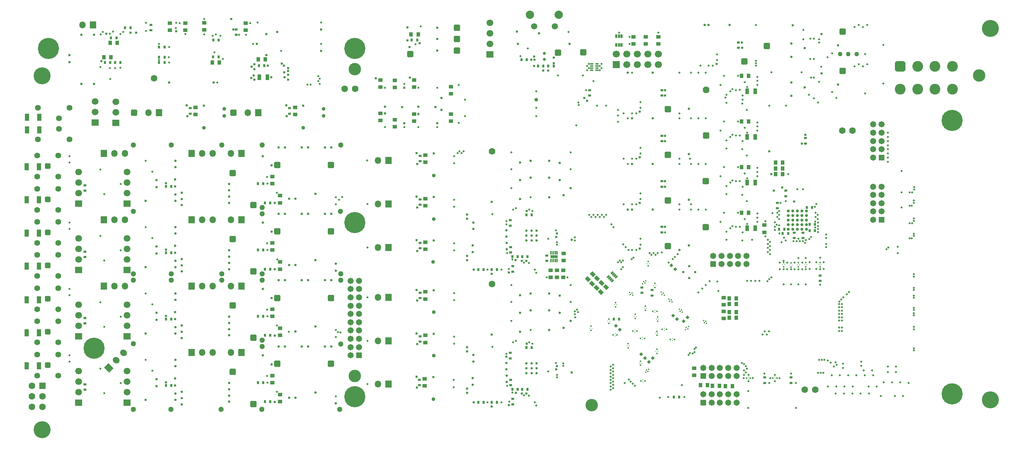
<source format=gbs>
G04*
G04 #@! TF.GenerationSoftware,Altium Limited,Altium Designer,21.8.1 (53)*
G04*
G04 Layer_Color=16711935*
%FSAX43Y43*%
%MOMM*%
G71*
G04*
G04 #@! TF.SameCoordinates,84DC94BE-3BC4-41EC-B0AB-4FBC39C73DE4*
G04*
G04*
G04 #@! TF.FilePolarity,Negative*
G04*
G01*
G75*
%ADD23R,0.700X0.600*%
G04:AMPARAMS|DCode=24|XSize=0.9mm|YSize=1.1mm|CornerRadius=0mm|HoleSize=0mm|Usage=FLASHONLY|Rotation=45.000|XOffset=0mm|YOffset=0mm|HoleType=Round|Shape=Rectangle|*
%AMROTATEDRECTD24*
4,1,4,0.071,-0.707,-0.707,0.071,-0.071,0.707,0.707,-0.071,0.071,-0.707,0.0*
%
%ADD24ROTATEDRECTD24*%

%ADD27O,0.800X0.400*%
%ADD35R,0.900X1.100*%
%ADD36R,1.100X0.900*%
%ADD37C,3.000*%
%ADD44R,0.600X0.700*%
%ADD45R,0.900X1.400*%
%ADD61R,1.100X1.800*%
%ADD97R,1.500X1.700*%
%ADD98O,1.500X1.700*%
%ADD99C,0.600*%
G04:AMPARAMS|DCode=100|XSize=1.6mm|YSize=1.6mm|CornerRadius=0.425mm|HoleSize=0mm|Usage=FLASHONLY|Rotation=90.000|XOffset=0mm|YOffset=0mm|HoleType=Round|Shape=RoundedRectangle|*
%AMROUNDEDRECTD100*
21,1,1.600,0.750,0,0,90.0*
21,1,0.750,1.600,0,0,90.0*
1,1,0.850,0.375,0.375*
1,1,0.850,0.375,-0.375*
1,1,0.850,-0.375,-0.375*
1,1,0.850,-0.375,0.375*
%
%ADD100ROUNDEDRECTD100*%
%ADD101C,1.472*%
%ADD102R,1.472X1.472*%
G04:AMPARAMS|DCode=103|XSize=1.6mm|YSize=1.6mm|CornerRadius=0.425mm|HoleSize=0mm|Usage=FLASHONLY|Rotation=180.000|XOffset=0mm|YOffset=0mm|HoleType=Round|Shape=RoundedRectangle|*
%AMROUNDEDRECTD103*
21,1,1.600,0.750,0,0,180.0*
21,1,0.750,1.600,0,0,180.0*
1,1,0.850,-0.375,0.375*
1,1,0.850,0.375,0.375*
1,1,0.850,0.375,-0.375*
1,1,0.850,-0.375,-0.375*
%
%ADD103ROUNDEDRECTD103*%
%ADD104O,1.700X1.500*%
%ADD105R,1.700X1.500*%
%ADD106C,1.500*%
%ADD107C,2.000*%
%ADD108C,1.600*%
%ADD109R,1.600X1.600*%
%ADD110C,4.100*%
%ADD111C,0.100*%
%ADD112R,1.472X1.472*%
G04:AMPARAMS|DCode=113|XSize=1.4mm|YSize=1.4mm|CornerRadius=0.375mm|HoleSize=0mm|Usage=FLASHONLY|Rotation=180.000|XOffset=0mm|YOffset=0mm|HoleType=Round|Shape=RoundedRectangle|*
%AMROUNDEDRECTD113*
21,1,1.400,0.650,0,0,180.0*
21,1,0.650,1.400,0,0,180.0*
1,1,0.750,-0.325,0.325*
1,1,0.750,0.325,0.325*
1,1,0.750,0.325,-0.325*
1,1,0.750,-0.325,-0.325*
%
%ADD113ROUNDEDRECTD113*%
%ADD114C,1.400*%
%ADD115C,0.700*%
G04:AMPARAMS|DCode=116|XSize=1.5mm|YSize=1.7mm|CornerRadius=0mm|HoleSize=0mm|Usage=FLASHONLY|Rotation=45.000|XOffset=0mm|YOffset=0mm|HoleType=Round|Shape=Rectangle|*
%AMROTATEDRECTD116*
4,1,4,0.071,-1.131,-1.131,0.071,-0.071,1.131,1.131,-0.071,0.071,-1.131,0.0*
%
%ADD116ROTATEDRECTD116*%

G04:AMPARAMS|DCode=117|XSize=1.5mm|YSize=1.7mm|CornerRadius=0mm|HoleSize=0mm|Usage=FLASHONLY|Rotation=45.000|XOffset=0mm|YOffset=0mm|HoleType=Round|Shape=Round|*
%AMOVALD117*
21,1,0.200,1.500,0.000,0.000,135.0*
1,1,1.500,0.071,-0.071*
1,1,1.500,-0.071,0.071*
%
%ADD117OVALD117*%

%ADD118C,1.700*%
%ADD119R,1.700X1.700*%
%ADD120C,2.600*%
G04:AMPARAMS|DCode=121|XSize=2.6mm|YSize=2.6mm|CornerRadius=0.675mm|HoleSize=0mm|Usage=FLASHONLY|Rotation=270.000|XOffset=0mm|YOffset=0mm|HoleType=Round|Shape=RoundedRectangle|*
%AMROUNDEDRECTD121*
21,1,2.600,1.250,0,0,270.0*
21,1,1.250,2.600,0,0,270.0*
1,1,1.350,-0.625,-0.625*
1,1,1.350,-0.625,0.625*
1,1,1.350,0.625,0.625*
1,1,1.350,0.625,-0.625*
%
%ADD121ROUNDEDRECTD121*%
%ADD122P,1.732X8X202.5*%
%ADD123C,1.300*%
%ADD124C,0.500*%
%ADD125C,1.100*%
%ADD126C,0.900*%
%ADD127C,5.100*%
%ADD263R,0.300X0.300*%
%ADD264R,0.250X0.250*%
%ADD265R,0.250X0.250*%
%ADD266R,0.300X0.300*%
%ADD269P,0.354X4X180.0*%
%ADD270P,0.424X4X180.0*%
%ADD271P,0.354X4X90.0*%
%ADD272P,0.424X4X90.0*%
G04:AMPARAMS|DCode=275|XSize=0.4mm|YSize=0.8mm|CornerRadius=0mm|HoleSize=0mm|Usage=FLASHONLY|Rotation=315.000|XOffset=0mm|YOffset=0mm|HoleType=Round|Shape=Round|*
%AMOVALD275*
21,1,0.400,0.400,0.000,0.000,45.0*
1,1,0.400,-0.141,-0.141*
1,1,0.400,0.141,0.141*
%
%ADD275OVALD275*%

G04:AMPARAMS|DCode=276|XSize=0.6mm|YSize=0.7mm|CornerRadius=0mm|HoleSize=0mm|Usage=FLASHONLY|Rotation=225.000|XOffset=0mm|YOffset=0mm|HoleType=Round|Shape=Rectangle|*
%AMROTATEDRECTD276*
4,1,4,-0.035,0.460,0.460,-0.035,0.035,-0.460,-0.460,0.035,-0.035,0.460,0.0*
%
%ADD276ROTATEDRECTD276*%

%ADD277R,0.400X0.900*%
%ADD278R,1.700X0.790*%
G04:AMPARAMS|DCode=279|XSize=0.6mm|YSize=0.7mm|CornerRadius=0mm|HoleSize=0mm|Usage=FLASHONLY|Rotation=315.000|XOffset=0mm|YOffset=0mm|HoleType=Round|Shape=Rectangle|*
%AMROTATEDRECTD279*
4,1,4,-0.460,-0.035,0.035,0.460,0.460,0.035,-0.035,-0.460,-0.460,-0.035,0.0*
%
%ADD279ROTATEDRECTD279*%

%ADD280R,0.500X0.900*%
D23*
X0220400Y0126600D02*
D03*
X0220500Y0121400D02*
D03*
X0220400Y0158600D02*
D03*
X0220500Y0153400D02*
D03*
X0229200Y0151400D02*
D03*
Y0150100D02*
D03*
X0239550Y0189950D02*
D03*
Y0191250D02*
D03*
X0256994Y0169283D02*
D03*
Y0167983D02*
D03*
X0275494Y0202783D02*
D03*
Y0201483D02*
D03*
X0252200Y0143700D02*
D03*
Y0142400D02*
D03*
X0254600Y0141750D02*
D03*
Y0143050D02*
D03*
X0281765Y0120656D02*
D03*
Y0121956D02*
D03*
X0288152Y0120656D02*
D03*
Y0121956D02*
D03*
X0256994Y0156983D02*
D03*
Y0158283D02*
D03*
X0221000Y0116800D02*
D03*
Y0115500D02*
D03*
X0220400Y0127900D02*
D03*
X0220500Y0120100D02*
D03*
X0117846Y0151011D02*
D03*
Y0152311D02*
D03*
Y0135011D02*
D03*
Y0136311D02*
D03*
Y0167011D02*
D03*
Y0168311D02*
D03*
Y0120311D02*
D03*
Y0119011D02*
D03*
X0221000Y0147500D02*
D03*
Y0148800D02*
D03*
X0220500Y0152100D02*
D03*
X0220400Y0159900D02*
D03*
X0198471Y0120136D02*
D03*
Y0121436D02*
D03*
X0288945Y0155611D02*
D03*
Y0156911D02*
D03*
X0284846Y0162811D02*
D03*
Y0164111D02*
D03*
X0286846Y0165711D02*
D03*
Y0167011D02*
D03*
X0291046Y0155611D02*
D03*
Y0156911D02*
D03*
X0291646Y0179711D02*
D03*
Y0178411D02*
D03*
X0295146Y0145261D02*
D03*
Y0146561D02*
D03*
X0256994Y0189983D02*
D03*
Y0191283D02*
D03*
X0256994Y0178983D02*
D03*
Y0180283D02*
D03*
X0143200Y0186900D02*
D03*
Y0185600D02*
D03*
X0167200Y0186900D02*
D03*
Y0185600D02*
D03*
X0198646Y0131911D02*
D03*
Y0130611D02*
D03*
Y0142411D02*
D03*
Y0141111D02*
D03*
Y0154411D02*
D03*
Y0153111D02*
D03*
X0154300Y0205900D02*
D03*
X0133700Y0205700D02*
D03*
Y0207000D02*
D03*
X0154300Y0204600D02*
D03*
X0198646Y0175411D02*
D03*
Y0174111D02*
D03*
Y0163611D02*
D03*
Y0164911D02*
D03*
D24*
X0243502Y0143727D02*
D03*
X0239123Y0145673D02*
D03*
X0240325Y0146875D02*
D03*
X0242300Y0142525D02*
D03*
X0240175Y0144625D02*
D03*
X0241377Y0145827D02*
D03*
X0242450Y0144775D02*
D03*
X0241248Y0143573D02*
D03*
D27*
X0241346Y0197611D02*
D03*
Y0197111D02*
D03*
Y0196611D02*
D03*
Y0196111D02*
D03*
X0240046Y0197611D02*
D03*
Y0197111D02*
D03*
Y0196611D02*
D03*
Y0196111D02*
D03*
D35*
X0277900Y0161700D02*
D03*
X0276200D02*
D03*
X0277900Y0183700D02*
D03*
X0276200D02*
D03*
X0277900Y0172700D02*
D03*
X0276200D02*
D03*
X0286100Y0173800D02*
D03*
X0284400D02*
D03*
X0286100Y0172400D02*
D03*
X0284400D02*
D03*
X0286100Y0171000D02*
D03*
X0284400D02*
D03*
X0273250Y0136425D02*
D03*
X0274950Y0136425D02*
D03*
X0274950Y0137775D02*
D03*
X0273250D02*
D03*
X0273282Y0141069D02*
D03*
X0274982D02*
D03*
X0273275Y0139700D02*
D03*
X0274975D02*
D03*
X0266300Y0120100D02*
D03*
X0268000D02*
D03*
X0269200Y0120000D02*
D03*
X0270900D02*
D03*
X0272300Y0119900D02*
D03*
X0274000D02*
D03*
X0196500Y0204700D02*
D03*
X0198200D02*
D03*
X0161300Y0198700D02*
D03*
X0150215Y0197911D02*
D03*
X0125600Y0202700D02*
D03*
X0122400Y0199200D02*
D03*
X0159600Y0198700D02*
D03*
X0124100Y0199200D02*
D03*
X0148515Y0197911D02*
D03*
X0123900Y0202700D02*
D03*
X0277900Y0194700D02*
D03*
X0276200D02*
D03*
D36*
X0233300Y0150200D02*
D03*
Y0151900D02*
D03*
X0230200Y0147800D02*
D03*
Y0146100D02*
D03*
X0231700Y0147800D02*
D03*
Y0146100D02*
D03*
X0233200Y0147800D02*
D03*
Y0146100D02*
D03*
X0281700Y0158700D02*
D03*
Y0157000D02*
D03*
X0271900Y0137950D02*
D03*
Y0136250D02*
D03*
X0271875Y0139525D02*
D03*
X0271875Y0141225D02*
D03*
X0264800Y0124200D02*
D03*
Y0122500D02*
D03*
X0250146Y0204111D02*
D03*
Y0202411D02*
D03*
X0253146Y0202411D02*
D03*
Y0204111D02*
D03*
X0256146D02*
D03*
Y0202411D02*
D03*
X0192546Y0191911D02*
D03*
Y0193611D02*
D03*
Y0182411D02*
D03*
Y0184111D02*
D03*
X0164846Y0149811D02*
D03*
Y0148111D02*
D03*
X0163046Y0154411D02*
D03*
Y0152711D02*
D03*
X0164846Y0133811D02*
D03*
Y0132111D02*
D03*
X0163046Y0138411D02*
D03*
Y0136711D02*
D03*
X0164846Y0165811D02*
D03*
Y0164111D02*
D03*
X0163046Y0170411D02*
D03*
Y0168711D02*
D03*
X0199771Y0121636D02*
D03*
Y0119936D02*
D03*
X0189125Y0193682D02*
D03*
Y0191982D02*
D03*
X0189125Y0183982D02*
D03*
Y0185682D02*
D03*
X0197204Y0193682D02*
D03*
Y0191981D02*
D03*
X0197199Y0183781D02*
D03*
Y0185482D02*
D03*
X0206100Y0190400D02*
D03*
Y0192100D02*
D03*
Y0183800D02*
D03*
Y0185500D02*
D03*
X0144500Y0185400D02*
D03*
Y0187100D02*
D03*
X0168500Y0185400D02*
D03*
Y0187100D02*
D03*
X0199946Y0130411D02*
D03*
Y0132111D02*
D03*
Y0140911D02*
D03*
Y0142611D02*
D03*
Y0152911D02*
D03*
Y0154611D02*
D03*
X0164846Y0116111D02*
D03*
Y0117811D02*
D03*
X0163046Y0120711D02*
D03*
Y0122411D02*
D03*
X0138300Y0207400D02*
D03*
X0156600Y0205700D02*
D03*
X0146600Y0205800D02*
D03*
X0142000Y0205700D02*
D03*
Y0207400D02*
D03*
X0138300Y0205700D02*
D03*
X0146600Y0207500D02*
D03*
X0156600Y0207400D02*
D03*
X0199946Y0173911D02*
D03*
Y0175611D02*
D03*
Y0165111D02*
D03*
Y0163411D02*
D03*
D37*
X0240100Y0115300D02*
D03*
X0333500Y0194800D02*
D03*
X0182900Y0196300D02*
D03*
X0182900Y0122300D02*
D03*
D44*
X0246700Y0136025D02*
D03*
X0245400D02*
D03*
X0261146Y0117211D02*
D03*
X0259846D02*
D03*
X0159546Y0136711D02*
D03*
X0161246Y0132111D02*
D03*
X0159546Y0120711D02*
D03*
X0161246Y0116111D02*
D03*
X0159546Y0168711D02*
D03*
X0161246Y0164111D02*
D03*
X0159546Y0152711D02*
D03*
X0161246Y0148111D02*
D03*
X0215900Y0116000D02*
D03*
X0217200D02*
D03*
X0214000Y0116000D02*
D03*
X0212700D02*
D03*
X0220900Y0119100D02*
D03*
X0222200D02*
D03*
X0224600D02*
D03*
X0223300D02*
D03*
X0225600Y0129200D02*
D03*
X0224300D02*
D03*
X0137346Y0152011D02*
D03*
X0138646D02*
D03*
X0137346Y0136011D02*
D03*
X0138646D02*
D03*
X0137346Y0168011D02*
D03*
X0138646D02*
D03*
Y0120011D02*
D03*
X0137346D02*
D03*
X0162546Y0148111D02*
D03*
X0160846Y0152711D02*
D03*
X0162546Y0132111D02*
D03*
X0160846Y0136711D02*
D03*
X0162546Y0164111D02*
D03*
X0160846Y0168711D02*
D03*
X0220900Y0151100D02*
D03*
X0222200D02*
D03*
X0212700Y0148000D02*
D03*
X0214000D02*
D03*
X0217200Y0148000D02*
D03*
X0215900D02*
D03*
X0224600Y0151100D02*
D03*
X0223300D02*
D03*
X0225600Y0161200D02*
D03*
X0224300D02*
D03*
X0291946Y0163011D02*
D03*
X0293246D02*
D03*
X0293946Y0157411D02*
D03*
X0292646D02*
D03*
X0285246Y0157711D02*
D03*
X0286546D02*
D03*
X0293946Y0158911D02*
D03*
X0292646D02*
D03*
X0286146Y0156711D02*
D03*
X0287446D02*
D03*
X0197950Y0203350D02*
D03*
X0196650D02*
D03*
X0223100Y0198600D02*
D03*
X0224400D02*
D03*
X0227100Y0197100D02*
D03*
X0228400D02*
D03*
X0230900D02*
D03*
X0229600D02*
D03*
X0162546Y0116111D02*
D03*
X0160846Y0120711D02*
D03*
X0128800Y0206300D02*
D03*
X0161100Y0197200D02*
D03*
X0148800Y0203400D02*
D03*
X0150052Y0199300D02*
D03*
X0135700Y0201700D02*
D03*
Y0199200D02*
D03*
Y0197900D02*
D03*
X0126400D02*
D03*
X0125400Y0203900D02*
D03*
X0122600Y0197900D02*
D03*
X0159800Y0197200D02*
D03*
X0150100Y0203400D02*
D03*
X0137000Y0197900D02*
D03*
Y0199200D02*
D03*
X0125100Y0197900D02*
D03*
X0127500Y0206300D02*
D03*
X0137000Y0201700D02*
D03*
X0123900Y0197900D02*
D03*
X0148752Y0199300D02*
D03*
X0124100Y0203900D02*
D03*
D45*
X0277600Y0158000D02*
D03*
X0279500D02*
D03*
X0277600Y0169000D02*
D03*
X0279500D02*
D03*
X0277600Y0180000D02*
D03*
X0279500D02*
D03*
X0279500Y0191000D02*
D03*
X0277600D02*
D03*
X0161800Y0194400D02*
D03*
X0159900D02*
D03*
D61*
X0103746Y0164840D02*
D03*
X0106746D02*
D03*
X0103746Y0156800D02*
D03*
X0106746D02*
D03*
X0103800Y0184700D02*
D03*
X0106800D02*
D03*
X0103800Y0181700D02*
D03*
X0106800D02*
D03*
X0103746Y0172760D02*
D03*
X0106746D02*
D03*
X0103746Y0132711D02*
D03*
X0106746D02*
D03*
X0103746Y0140711D02*
D03*
X0106746D02*
D03*
X0103746Y0124811D02*
D03*
X0106746D02*
D03*
X0103746Y0148811D02*
D03*
X0106746D02*
D03*
D97*
X0122400Y0144000D02*
D03*
X0143506Y0160011D02*
D03*
X0155546D02*
D03*
X0122400Y0160011D02*
D03*
X0143506Y0144011D02*
D03*
X0155546D02*
D03*
X0143506Y0176011D02*
D03*
X0155546D02*
D03*
X0122400Y0176011D02*
D03*
X0191036Y0120361D02*
D03*
X0135640Y0185800D02*
D03*
X0159640Y0185800D02*
D03*
X0191086Y0130811D02*
D03*
Y0141311D02*
D03*
Y0153311D02*
D03*
X0143506Y0128011D02*
D03*
X0155546Y0128011D02*
D03*
X0119740Y0207000D02*
D03*
X0191086Y0163811D02*
D03*
Y0174311D02*
D03*
D98*
X0124940Y0144000D02*
D03*
X0127480D02*
D03*
X0148586Y0160011D02*
D03*
X0146046D02*
D03*
X0153006D02*
D03*
X0127480Y0160011D02*
D03*
X0124940D02*
D03*
X0148586Y0144011D02*
D03*
X0146046D02*
D03*
X0153006D02*
D03*
X0148586Y0176011D02*
D03*
X0146046D02*
D03*
X0153006D02*
D03*
X0127480Y0176011D02*
D03*
X0124940D02*
D03*
X0188496Y0120361D02*
D03*
X0133100Y0185800D02*
D03*
X0157100Y0185800D02*
D03*
X0188546Y0130811D02*
D03*
Y0141311D02*
D03*
Y0153311D02*
D03*
X0146046Y0128011D02*
D03*
X0148586D02*
D03*
X0153006Y0128011D02*
D03*
X0117200Y0207000D02*
D03*
X0188546Y0163811D02*
D03*
Y0174311D02*
D03*
D99*
X0238275Y0189375D02*
D03*
X0238947Y0188703D02*
D03*
X0230500Y0151100D02*
D03*
X0231450D02*
D03*
X0221775Y0118250D02*
D03*
X0263604Y0145988D02*
D03*
X0262189Y0147402D02*
D03*
X0263604Y0148817D02*
D03*
X0265018Y0147402D02*
D03*
X0263500Y0153800D02*
D03*
Y0164800D02*
D03*
X0263500Y0175800D02*
D03*
X0263500Y0186800D02*
D03*
X0283400Y0171000D02*
D03*
X0257794Y0178983D02*
D03*
X0231500Y0123900D02*
D03*
X0168646Y0133111D02*
D03*
X0211500Y0127400D02*
D03*
X0276375Y0201483D02*
D03*
X0257794Y0169283D02*
D03*
X0257794Y0167983D02*
D03*
X0248800Y0162495D02*
D03*
X0249800Y0162500D02*
D03*
X0251700Y0153100D02*
D03*
X0254800Y0162500D02*
D03*
X0257794Y0158283D02*
D03*
X0261200Y0152700D02*
D03*
X0173446Y0166311D02*
D03*
X0173446Y0150311D02*
D03*
X0167046Y0165111D02*
D03*
X0168646D02*
D03*
X0167046Y0149111D02*
D03*
X0168646D02*
D03*
X0162846Y0173111D02*
D03*
X0160746Y0175311D02*
D03*
X0162846Y0157111D02*
D03*
X0160746Y0159311D02*
D03*
X0175750Y0177411D02*
D03*
X0177250D02*
D03*
X0170163D02*
D03*
X0171663D02*
D03*
X0164546D02*
D03*
X0166046D02*
D03*
X0175750Y0161411D02*
D03*
X0177250D02*
D03*
X0170163D02*
D03*
X0171663D02*
D03*
X0164546D02*
D03*
X0166046D02*
D03*
X0152646Y0164111D02*
D03*
Y0165611D02*
D03*
Y0168611D02*
D03*
Y0167111D02*
D03*
Y0148111D02*
D03*
Y0149611D02*
D03*
Y0152611D02*
D03*
Y0151111D02*
D03*
X0141158Y0165023D02*
D03*
Y0163523D02*
D03*
Y0149023D02*
D03*
Y0147523D02*
D03*
X0219500Y0155943D02*
D03*
X0219512Y0157447D02*
D03*
X0219600Y0152900D02*
D03*
X0219540Y0154441D02*
D03*
X0211500Y0157800D02*
D03*
Y0159300D02*
D03*
X0211400Y0152200D02*
D03*
Y0153800D02*
D03*
X0215900Y0164300D02*
D03*
X0222800Y0165000D02*
D03*
X0225300Y0170200D02*
D03*
X0225300Y0174200D02*
D03*
X0222800Y0173800D02*
D03*
Y0169600D02*
D03*
X0270200Y0197600D02*
D03*
X0249800Y0184500D02*
D03*
X0178346Y0149411D02*
D03*
Y0147711D02*
D03*
Y0115711D02*
D03*
X0210000Y0129300D02*
D03*
Y0161300D02*
D03*
Y0160300D02*
D03*
Y0119300D02*
D03*
Y0118300D02*
D03*
Y0128300D02*
D03*
Y0150300D02*
D03*
Y0151300D02*
D03*
X0173446Y0118311D02*
D03*
X0168646Y0117111D02*
D03*
X0141146Y0115511D02*
D03*
X0167046Y0117111D02*
D03*
X0160746Y0127311D02*
D03*
X0162846Y0125111D02*
D03*
X0141146Y0117011D02*
D03*
X0152646Y0119111D02*
D03*
Y0120611D02*
D03*
Y0117611D02*
D03*
Y0116111D02*
D03*
X0166046Y0129411D02*
D03*
X0164546D02*
D03*
X0171663D02*
D03*
X0170163D02*
D03*
X0177250D02*
D03*
X0175750D02*
D03*
X0173446Y0134311D02*
D03*
X0141146Y0131511D02*
D03*
X0160746Y0143311D02*
D03*
X0162846Y0141111D02*
D03*
X0141146Y0133011D02*
D03*
X0152646Y0135111D02*
D03*
Y0136611D02*
D03*
Y0133611D02*
D03*
Y0132111D02*
D03*
X0166046Y0145411D02*
D03*
X0164546D02*
D03*
X0171663D02*
D03*
X0170163D02*
D03*
X0177250D02*
D03*
X0175750D02*
D03*
X0211400Y0121800D02*
D03*
Y0120200D02*
D03*
X0211500Y0125800D02*
D03*
X0219540Y0122441D02*
D03*
X0219600Y0120900D02*
D03*
X0222800Y0137600D02*
D03*
Y0141800D02*
D03*
X0219512Y0125447D02*
D03*
X0215900Y0132300D02*
D03*
X0222800Y0133000D02*
D03*
X0219515Y0126950D02*
D03*
X0219500Y0123943D02*
D03*
X0225300Y0142200D02*
D03*
X0225300Y0138200D02*
D03*
X0211600Y0116000D02*
D03*
X0139800Y0205500D02*
D03*
X0123000Y0204900D02*
D03*
X0148900Y0193100D02*
D03*
X0138100D02*
D03*
X0158700Y0193800D02*
D03*
X0162800Y0194400D02*
D03*
X0157900Y0194200D02*
D03*
X0158700Y0196300D02*
D03*
X0158000Y0196900D02*
D03*
X0158700Y0197500D02*
D03*
X0158500Y0194800D02*
D03*
X0165300Y0197700D02*
D03*
X0165800Y0197200D02*
D03*
X0165900Y0195600D02*
D03*
X0165957Y0194415D02*
D03*
X0166846Y0196611D02*
D03*
Y0195911D02*
D03*
Y0195011D02*
D03*
Y0193811D02*
D03*
X0159300Y0202400D02*
D03*
X0161600Y0204800D02*
D03*
X0164200Y0205300D02*
D03*
X0161600Y0199700D02*
D03*
X0153100Y0208400D02*
D03*
X0153600Y0205900D02*
D03*
X0121746Y0198311D02*
D03*
X0128800Y0205100D02*
D03*
X0130200D02*
D03*
X0114100Y0198000D02*
D03*
Y0199700D02*
D03*
X0117000Y0204600D02*
D03*
X0120000D02*
D03*
Y0192800D02*
D03*
X0117000D02*
D03*
X0163611Y0116066D02*
D03*
Y0148066D02*
D03*
Y0132066D02*
D03*
Y0164066D02*
D03*
X0299500Y0202100D02*
D03*
Y0192600D02*
D03*
X0295500Y0204800D02*
D03*
Y0195300D02*
D03*
X0291500Y0201400D02*
D03*
Y0191964D02*
D03*
X0288600Y0206900D02*
D03*
X0174800Y0200700D02*
D03*
Y0205900D02*
D03*
X0234700Y0202400D02*
D03*
X0227329Y0205006D02*
D03*
X0222300Y0202400D02*
D03*
X0222000Y0205400D02*
D03*
X0229600Y0196000D02*
D03*
X0228400D02*
D03*
X0166400Y0187600D02*
D03*
X0170500Y0187500D02*
D03*
X0195600Y0206400D02*
D03*
X0202800Y0206334D02*
D03*
Y0203600D02*
D03*
X0195600Y0203300D02*
D03*
X0202800Y0200800D02*
D03*
X0288200Y0202500D02*
D03*
Y0199300D02*
D03*
Y0193100D02*
D03*
Y0189900D02*
D03*
X0225500Y0198600D02*
D03*
X0226300D02*
D03*
X0203800Y0189400D02*
D03*
Y0186500D02*
D03*
X0194825Y0183282D02*
D03*
Y0191831D02*
D03*
X0198199Y0185482D02*
D03*
Y0187282D02*
D03*
X0196199Y0194281D02*
D03*
X0202372Y0187176D02*
D03*
X0202799Y0183281D02*
D03*
X0190225Y0187282D02*
D03*
Y0185682D02*
D03*
X0194325Y0187181D02*
D03*
X0188018Y0194145D02*
D03*
X0282886Y0176551D02*
D03*
X0284046Y0167011D02*
D03*
X0290746Y0178411D02*
D03*
X0286046Y0167811D02*
D03*
X0196100Y0201700D02*
D03*
X0201946Y0143011D02*
D03*
X0197846Y0143111D02*
D03*
X0146500Y0187500D02*
D03*
X0142400Y0187600D02*
D03*
X0201946Y0176011D02*
D03*
X0197846Y0176111D02*
D03*
X0201946Y0165511D02*
D03*
X0197846Y0165611D02*
D03*
X0201946Y0155011D02*
D03*
X0197846Y0155111D02*
D03*
X0201946Y0132511D02*
D03*
X0197846Y0132611D02*
D03*
X0257794Y0191283D02*
D03*
X0248800Y0195495D02*
D03*
X0254800Y0195500D02*
D03*
X0257794Y0180283D02*
D03*
X0254800Y0184500D02*
D03*
X0249800Y0173500D02*
D03*
X0254800D02*
D03*
X0276294Y0202783D02*
D03*
X0268300Y0207000D02*
D03*
X0267300Y0206995D02*
D03*
X0273300Y0207000D02*
D03*
X0197796Y0122161D02*
D03*
X0201896Y0122061D02*
D03*
X0139546Y0121711D02*
D03*
X0135046Y0121611D02*
D03*
X0139646Y0126221D02*
D03*
X0139646Y0116611D02*
D03*
X0139646Y0124721D02*
D03*
X0139646Y0118111D02*
D03*
X0137346Y0120811D02*
D03*
Y0152811D02*
D03*
X0139546Y0153711D02*
D03*
X0135046Y0153611D02*
D03*
X0139646Y0156721D02*
D03*
Y0158221D02*
D03*
X0139646Y0148611D02*
D03*
Y0150111D02*
D03*
X0137346Y0136811D02*
D03*
X0139546Y0137711D02*
D03*
X0135046Y0137611D02*
D03*
X0139646Y0140721D02*
D03*
Y0142221D02*
D03*
X0139646Y0132611D02*
D03*
Y0134111D02*
D03*
X0137346Y0168811D02*
D03*
X0139546Y0169711D02*
D03*
X0135046Y0169611D02*
D03*
X0139646Y0172721D02*
D03*
Y0174221D02*
D03*
X0139646Y0164611D02*
D03*
Y0166111D02*
D03*
X0215900Y0115000D02*
D03*
X0223200Y0118100D02*
D03*
X0220100Y0115300D02*
D03*
X0233300Y0165900D02*
D03*
X0232400Y0173700D02*
D03*
Y0169600D02*
D03*
X0229800Y0174200D02*
D03*
Y0170200D02*
D03*
Y0165400D02*
D03*
X0224400Y0162100D02*
D03*
X0231666Y0156732D02*
D03*
X0224308Y0150096D02*
D03*
X0235200Y0123200D02*
D03*
X0223200Y0150100D02*
D03*
X0221700Y0150300D02*
D03*
X0220100Y0147300D02*
D03*
X0215900Y0147000D02*
D03*
X0211600Y0148000D02*
D03*
X0224308Y0118096D02*
D03*
X0224400Y0130100D02*
D03*
X0229800Y0142200D02*
D03*
X0233300Y0133900D02*
D03*
X0232400Y0141700D02*
D03*
Y0137600D02*
D03*
X0229800Y0138200D02*
D03*
Y0133400D02*
D03*
X0231666Y0124732D02*
D03*
X0235200Y0155200D02*
D03*
X0226200Y0199400D02*
D03*
Y0197100D02*
D03*
X0198600Y0202600D02*
D03*
X0291647Y0180517D02*
D03*
X0166500Y0185000D02*
D03*
X0197946Y0140511D02*
D03*
X0142500Y0185000D02*
D03*
X0197946Y0173511D02*
D03*
Y0163011D02*
D03*
Y0152511D02*
D03*
Y0130011D02*
D03*
X0257794Y0189983D02*
D03*
X0251700Y0186100D02*
D03*
X0251700Y0175100D02*
D03*
Y0164100D02*
D03*
X0197896Y0119561D02*
D03*
X0230947Y0199098D02*
D03*
X0230946Y0197811D02*
D03*
X0139546Y0120011D02*
D03*
X0135046Y0119911D02*
D03*
X0132446Y0116611D02*
D03*
X0141146Y0118511D02*
D03*
X0139546Y0152011D02*
D03*
X0135046Y0151911D02*
D03*
X0132446Y0148611D02*
D03*
X0141146Y0150511D02*
D03*
X0139546Y0136011D02*
D03*
X0135046Y0135911D02*
D03*
X0132446Y0132611D02*
D03*
X0141146Y0134511D02*
D03*
X0139546Y0168011D02*
D03*
X0135046Y0167911D02*
D03*
X0132446Y0164611D02*
D03*
X0141146Y0166511D02*
D03*
X0235000Y0167600D02*
D03*
X0231500Y0155900D02*
D03*
X0235000Y0135600D02*
D03*
X0161900Y0197200D02*
D03*
X0224350Y0123000D02*
D03*
Y0124200D02*
D03*
Y0125400D02*
D03*
X0225550D02*
D03*
Y0124200D02*
D03*
Y0123000D02*
D03*
X0226750Y0125400D02*
D03*
Y0124200D02*
D03*
Y0123000D02*
D03*
X0224350Y0155000D02*
D03*
Y0156200D02*
D03*
Y0157400D02*
D03*
X0225550D02*
D03*
Y0156200D02*
D03*
Y0155000D02*
D03*
X0226750Y0157400D02*
D03*
Y0156200D02*
D03*
Y0155000D02*
D03*
X0288893Y0164442D02*
D03*
D100*
X0164200Y0173175D02*
D03*
X0177150D02*
D03*
X0158450Y0163575D02*
D03*
X0164200Y0157175D02*
D03*
X0177150D02*
D03*
X0158450Y0147575D02*
D03*
X0164200Y0141150D02*
D03*
X0177150D02*
D03*
X0158450Y0131525D02*
D03*
X0164200Y0125275D02*
D03*
X0177150D02*
D03*
X0158450Y0115550D02*
D03*
X0207513Y0200800D02*
D03*
X0231900Y0200300D02*
D03*
X0238000Y0200400D02*
D03*
X0129646Y0185811D02*
D03*
X0153646D02*
D03*
X0282300Y0201900D02*
D03*
D101*
X0275000Y0117900D02*
D03*
Y0115900D02*
D03*
X0273000Y0117900D02*
D03*
Y0115900D02*
D03*
X0271000Y0117900D02*
D03*
Y0115900D02*
D03*
X0269000Y0117900D02*
D03*
Y0115900D02*
D03*
X0267000Y0117900D02*
D03*
X0275000Y0124300D02*
D03*
Y0122300D02*
D03*
X0273000Y0124300D02*
D03*
Y0122300D02*
D03*
X0271000Y0124300D02*
D03*
Y0122300D02*
D03*
X0269000Y0124300D02*
D03*
Y0122300D02*
D03*
X0267000Y0124300D02*
D03*
X0277400Y0151300D02*
D03*
Y0149300D02*
D03*
X0275400Y0151300D02*
D03*
Y0149300D02*
D03*
X0273400Y0151300D02*
D03*
Y0149300D02*
D03*
X0271400Y0151300D02*
D03*
Y0149300D02*
D03*
X0269400Y0151300D02*
D03*
X0308000Y0160000D02*
D03*
X0310000Y0162000D02*
D03*
X0308000D02*
D03*
X0310000Y0164000D02*
D03*
X0308000D02*
D03*
X0310000Y0166000D02*
D03*
X0308000D02*
D03*
X0310000Y0168000D02*
D03*
X0308000D02*
D03*
Y0183000D02*
D03*
X0310000D02*
D03*
X0308000Y0181000D02*
D03*
X0310000D02*
D03*
X0308000Y0179000D02*
D03*
X0310000D02*
D03*
X0308000Y0177000D02*
D03*
X0310000D02*
D03*
X0308000Y0175000D02*
D03*
X0183900Y0133300D02*
D03*
Y0131300D02*
D03*
X0181900Y0135300D02*
D03*
X0183900D02*
D03*
X0181900Y0133300D02*
D03*
Y0131300D02*
D03*
Y0129300D02*
D03*
X0183900D02*
D03*
X0181900Y0127300D02*
D03*
Y0137300D02*
D03*
X0183900Y0139300D02*
D03*
X0181900D02*
D03*
X0183900Y0137300D02*
D03*
X0181900Y0141300D02*
D03*
X0183900Y0143300D02*
D03*
X0181900D02*
D03*
X0183900Y0141300D02*
D03*
X0181900Y0145300D02*
D03*
X0183900D02*
D03*
D102*
X0267000Y0115900D02*
D03*
X0267000Y0122300D02*
D03*
X0269400Y0149300D02*
D03*
D103*
X0267700Y0180300D02*
D03*
X0267600Y0169300D02*
D03*
X0267600Y0158200D02*
D03*
X0258400Y0153700D02*
D03*
X0207513Y0206300D02*
D03*
X0153446Y0155311D02*
D03*
Y0139311D02*
D03*
Y0171311D02*
D03*
X0276900Y0198200D02*
D03*
X0258400Y0186700D02*
D03*
X0258400Y0175700D02*
D03*
Y0164700D02*
D03*
X0207546Y0203611D02*
D03*
X0196307Y0199990D02*
D03*
X0153446Y0123311D02*
D03*
X0300600Y0195900D02*
D03*
Y0205400D02*
D03*
D104*
X0215500Y0207540D02*
D03*
Y0205000D02*
D03*
Y0202460D02*
D03*
X0127946Y0123531D02*
D03*
Y0120991D02*
D03*
Y0118451D02*
D03*
X0116246Y0118471D02*
D03*
Y0121011D02*
D03*
Y0123551D02*
D03*
X0127946Y0139531D02*
D03*
Y0136991D02*
D03*
Y0134451D02*
D03*
X0116246Y0134471D02*
D03*
Y0137011D02*
D03*
Y0139551D02*
D03*
X0127946Y0155531D02*
D03*
Y0152991D02*
D03*
Y0150451D02*
D03*
X0116246Y0150471D02*
D03*
Y0153011D02*
D03*
Y0155551D02*
D03*
X0127946Y0171531D02*
D03*
Y0168991D02*
D03*
Y0166451D02*
D03*
X0116246Y0166471D02*
D03*
Y0169011D02*
D03*
Y0171551D02*
D03*
X0120300Y0186000D02*
D03*
Y0188540D02*
D03*
X0125300Y0185940D02*
D03*
Y0188480D02*
D03*
D105*
X0215500Y0199920D02*
D03*
X0127946Y0115911D02*
D03*
X0116246Y0115931D02*
D03*
X0127946Y0131911D02*
D03*
X0116246Y0131931D02*
D03*
X0127946Y0147911D02*
D03*
X0116246Y0147931D02*
D03*
X0127946Y0163911D02*
D03*
X0116246Y0163931D02*
D03*
X0120300Y0183460D02*
D03*
X0125300Y0183400D02*
D03*
D106*
X0231150Y0206700D02*
D03*
X0226150Y0206675D02*
D03*
D107*
X0232150Y0209425D02*
D03*
X0225150D02*
D03*
D108*
X0105060Y0114910D02*
D03*
Y0117450D02*
D03*
Y0119990D02*
D03*
X0107600Y0114910D02*
D03*
Y0117450D02*
D03*
X0134500Y0194100D02*
D03*
X0216000Y0176500D02*
D03*
Y0144500D02*
D03*
X0294000Y0119000D02*
D03*
X0291500D02*
D03*
X0300500Y0181500D02*
D03*
X0303000D02*
D03*
X0183000Y0191600D02*
D03*
X0180500D02*
D03*
D109*
X0107600Y0119990D02*
D03*
D110*
X0107500Y0109350D02*
D03*
Y0194750D02*
D03*
X0336220Y0116600D02*
D03*
Y0206130D02*
D03*
D111*
X0323952Y0178191D02*
D03*
X0327000Y0123809D02*
D03*
X0327100Y0204300D02*
D03*
X0314500D02*
D03*
D112*
X0310000Y0160000D02*
D03*
X0310000Y0175000D02*
D03*
X0183900Y0127300D02*
D03*
D113*
X0108860Y0156960D02*
D03*
X0108860Y0164960D02*
D03*
X0108860Y0148960D02*
D03*
X0108860Y0140960D02*
D03*
X0108860Y0132960D02*
D03*
X0108860Y0124960D02*
D03*
X0108860Y0172960D02*
D03*
D114*
X0111400Y0159500D02*
D03*
X0106320D02*
D03*
Y0154420D02*
D03*
X0111400D02*
D03*
X0111400Y0167500D02*
D03*
X0106320D02*
D03*
Y0162420D02*
D03*
X0111400D02*
D03*
X0111400Y0151500D02*
D03*
X0106320D02*
D03*
Y0146420D02*
D03*
X0111400D02*
D03*
X0111400Y0143500D02*
D03*
X0106320D02*
D03*
Y0138420D02*
D03*
X0111400D02*
D03*
X0111400Y0135500D02*
D03*
X0106320D02*
D03*
Y0130420D02*
D03*
X0111400D02*
D03*
X0111400Y0127500D02*
D03*
X0106320D02*
D03*
Y0122420D02*
D03*
X0111400D02*
D03*
X0111400Y0175500D02*
D03*
X0106320D02*
D03*
Y0170420D02*
D03*
X0111400D02*
D03*
X0111570Y0184470D02*
D03*
Y0181930D02*
D03*
X0114110Y0187010D02*
D03*
X0106490D02*
D03*
Y0179390D02*
D03*
X0114110D02*
D03*
D115*
X0228625Y0198725D02*
D03*
Y0200125D02*
D03*
X0291854Y0162111D02*
D03*
Y0161011D02*
D03*
Y0159911D02*
D03*
Y0158811D02*
D03*
Y0157711D02*
D03*
X0290754Y0162111D02*
D03*
Y0161011D02*
D03*
Y0159911D02*
D03*
Y0158811D02*
D03*
Y0157711D02*
D03*
X0289654Y0162111D02*
D03*
Y0161011D02*
D03*
Y0159911D02*
D03*
Y0158811D02*
D03*
Y0157711D02*
D03*
X0288554Y0162111D02*
D03*
Y0161011D02*
D03*
Y0159911D02*
D03*
Y0158811D02*
D03*
Y0157711D02*
D03*
X0287454Y0162111D02*
D03*
Y0161011D02*
D03*
Y0159911D02*
D03*
Y0158811D02*
D03*
Y0157711D02*
D03*
D116*
X0123558Y0124308D02*
D03*
D117*
X0125354Y0126104D02*
D03*
X0127150Y0127900D02*
D03*
D118*
X0251080Y0200000D02*
D03*
Y0197460D02*
D03*
X0248540Y0200000D02*
D03*
Y0197460D02*
D03*
X0246000Y0200000D02*
D03*
X0253620Y0197460D02*
D03*
X0256160Y0200000D02*
D03*
Y0197460D02*
D03*
X0253620Y0200000D02*
D03*
D119*
X0246000Y0197460D02*
D03*
D120*
X0327100Y0191500D02*
D03*
X0322900D02*
D03*
X0318700D02*
D03*
X0314500D02*
D03*
X0327100Y0197000D02*
D03*
X0322900D02*
D03*
X0318700D02*
D03*
D121*
X0314500D02*
D03*
D122*
X0267700Y0191300D02*
D03*
D123*
X0160600Y0129475D02*
D03*
Y0161475D02*
D03*
Y0130950D02*
D03*
Y0162950D02*
D03*
X0179525Y0178075D02*
D03*
X0150800D02*
D03*
X0138678D02*
D03*
X0160600D02*
D03*
X0150700Y0114275D02*
D03*
X0138578D02*
D03*
X0160500D02*
D03*
X0160600Y0145475D02*
D03*
Y0146950D02*
D03*
X0138678D02*
D03*
Y0145475D02*
D03*
X0150800D02*
D03*
Y0146950D02*
D03*
X0179500Y0130000D02*
D03*
X0179300Y0114300D02*
D03*
X0179525Y0145475D02*
D03*
Y0146950D02*
D03*
X0179450Y0162075D02*
D03*
X0129500Y0178075D02*
D03*
Y0162050D02*
D03*
Y0146950D02*
D03*
Y0145475D02*
D03*
Y0114275D02*
D03*
Y0130150D02*
D03*
D124*
X0121546Y0124111D02*
D03*
X0240525Y0193425D02*
D03*
X0298950Y0125600D02*
D03*
X0241336Y0187514D02*
D03*
X0246375Y0183600D02*
D03*
Y0185125D02*
D03*
Y0186525D02*
D03*
X0238749Y0191251D02*
D03*
X0236907Y0187689D02*
D03*
X0236811Y0188300D02*
D03*
X0295951Y0123081D02*
D03*
X0294701D02*
D03*
X0295345D02*
D03*
X0282475Y0145175D02*
D03*
X0283375Y0146150D02*
D03*
X0282950Y0145675D02*
D03*
X0271999Y0183700D02*
D03*
X0271999Y0172700D02*
D03*
Y0161700D02*
D03*
X0236125Y0136450D02*
D03*
X0295607Y0126195D02*
D03*
X0294962D02*
D03*
X0296212D02*
D03*
X0299750Y0133200D02*
D03*
Y0134000D02*
D03*
X0299725Y0138900D02*
D03*
Y0136500D02*
D03*
Y0135700D02*
D03*
Y0137300D02*
D03*
Y0138100D02*
D03*
X0299750Y0139700D02*
D03*
X0281300Y0132350D02*
D03*
X0282800Y0133050D02*
D03*
X0281800D02*
D03*
X0282300Y0132350D02*
D03*
X0317825Y0156075D02*
D03*
Y0156625D02*
D03*
X0316750Y0155480D02*
D03*
X0317300D02*
D03*
X0317825Y0159775D02*
D03*
Y0160325D02*
D03*
X0317325Y0159145D02*
D03*
X0316775D02*
D03*
X0317875Y0167300D02*
D03*
Y0167850D02*
D03*
X0316775Y0166650D02*
D03*
X0317325D02*
D03*
X0264861Y0128811D02*
D03*
X0265250Y0129200D02*
D03*
X0264875Y0128125D02*
D03*
X0264486Y0127736D02*
D03*
X0263800Y0127800D02*
D03*
X0263411Y0127411D02*
D03*
X0300400Y0138900D02*
D03*
Y0135700D02*
D03*
Y0137300D02*
D03*
Y0133200D02*
D03*
Y0136500D02*
D03*
Y0138100D02*
D03*
Y0134000D02*
D03*
Y0139700D02*
D03*
X0300800Y0141300D02*
D03*
X0302100Y0142600D02*
D03*
X0300300Y0140800D02*
D03*
X0301600Y0142100D02*
D03*
X0299800Y0140300D02*
D03*
X0313900Y0153500D02*
D03*
Y0152000D02*
D03*
X0276800Y0125189D02*
D03*
X0277200Y0124700D02*
D03*
X0277200Y0123211D02*
D03*
X0276800Y0123700D02*
D03*
X0278946Y0121811D02*
D03*
X0277877Y0122580D02*
D03*
Y0121080D02*
D03*
X0276765Y0121830D02*
D03*
X0247600Y0148600D02*
D03*
X0247200Y0148100D02*
D03*
X0270400Y0145100D02*
D03*
X0270600Y0142800D02*
D03*
X0236000Y0137200D02*
D03*
X0250500Y0120000D02*
D03*
X0254000Y0152000D02*
D03*
X0233246Y0125411D02*
D03*
X0242000Y0160700D02*
D03*
X0236000Y0137900D02*
D03*
X0249700Y0150500D02*
D03*
X0245200Y0123402D02*
D03*
X0249000Y0121500D02*
D03*
X0249500Y0121000D02*
D03*
X0245200Y0120202D02*
D03*
X0250000Y0120500D02*
D03*
X0254500Y0151500D02*
D03*
X0250100Y0150900D02*
D03*
X0236000Y0155000D02*
D03*
X0240000Y0160700D02*
D03*
X0245200Y0122602D02*
D03*
X0244600Y0120602D02*
D03*
Y0122202D02*
D03*
X0236500Y0138300D02*
D03*
X0236800Y0137700D02*
D03*
X0244600Y0121402D02*
D03*
X0236000Y0155800D02*
D03*
X0245200Y0119402D02*
D03*
X0241500Y0161200D02*
D03*
X0245200Y0121802D02*
D03*
X0244600Y0123002D02*
D03*
Y0124602D02*
D03*
X0245200Y0124202D02*
D03*
X0255000Y0152000D02*
D03*
X0244600Y0119002D02*
D03*
Y0119802D02*
D03*
X0245200Y0121002D02*
D03*
X0240500Y0161200D02*
D03*
X0241000Y0160700D02*
D03*
X0244600Y0123802D02*
D03*
X0245200Y0125002D02*
D03*
X0239500Y0161200D02*
D03*
X0256000Y0152000D02*
D03*
X0255500Y0151500D02*
D03*
X0245300Y0158200D02*
D03*
X0244800Y0158900D02*
D03*
X0243500Y0161200D02*
D03*
X0243000Y0160700D02*
D03*
X0242500Y0161200D02*
D03*
X0283100Y0151700D02*
D03*
Y0152700D02*
D03*
X0282600Y0152200D02*
D03*
Y0153200D02*
D03*
X0283100Y0153700D02*
D03*
X0282600Y0154200D02*
D03*
Y0155200D02*
D03*
X0283100Y0154700D02*
D03*
X0278800Y0155200D02*
D03*
X0257000Y0152100D02*
D03*
X0260800Y0151700D02*
D03*
X0260100Y0151000D02*
D03*
X0259605Y0150503D02*
D03*
X0265806Y0142506D02*
D03*
X0266704Y0143404D02*
D03*
X0267602Y0144302D02*
D03*
X0268500Y0145200D02*
D03*
X0258600Y0149700D02*
D03*
X0261800Y0120100D02*
D03*
X0256500Y0117100D02*
D03*
X0248000Y0120600D02*
D03*
X0262446Y0117211D02*
D03*
X0258546D02*
D03*
X0247600Y0150200D02*
D03*
X0247200Y0149800D02*
D03*
X0246800Y0150200D02*
D03*
X0246400Y0149800D02*
D03*
X0233193Y0124758D02*
D03*
X0221100Y0130500D02*
D03*
Y0162500D02*
D03*
X0134046Y0155611D02*
D03*
Y0171611D02*
D03*
X0221800Y0130800D02*
D03*
Y0162800D02*
D03*
X0248300Y0153400D02*
D03*
X0247700Y0154100D02*
D03*
X0267600Y0162500D02*
D03*
X0277600Y0159000D02*
D03*
X0275400Y0161700D02*
D03*
X0264000Y0162500D02*
D03*
X0265800D02*
D03*
X0277000Y0160200D02*
D03*
X0280000Y0161500D02*
D03*
X0273500Y0158000D02*
D03*
X0274000Y0158500D02*
D03*
X0271172Y0159481D02*
D03*
X0274840Y0158289D02*
D03*
X0275800Y0158300D02*
D03*
X0280000Y0159500D02*
D03*
X0276500Y0157000D02*
D03*
X0276400Y0155000D02*
D03*
X0272600Y0157133D02*
D03*
Y0155200D02*
D03*
X0267600Y0173500D02*
D03*
X0277600Y0170000D02*
D03*
X0277500Y0164500D02*
D03*
X0275400Y0172700D02*
D03*
X0264000Y0173500D02*
D03*
X0265800D02*
D03*
X0277000Y0171200D02*
D03*
X0280000Y0172500D02*
D03*
X0273500Y0169000D02*
D03*
X0274000Y0169500D02*
D03*
X0271172Y0170481D02*
D03*
X0274840Y0169289D02*
D03*
X0275800Y0169300D02*
D03*
X0280000Y0170500D02*
D03*
X0276500Y0168000D02*
D03*
X0276400Y0166000D02*
D03*
X0272600Y0168133D02*
D03*
Y0166200D02*
D03*
X0267600Y0184500D02*
D03*
X0277600Y0181000D02*
D03*
X0277500Y0175500D02*
D03*
X0275400Y0183700D02*
D03*
X0264000Y0184500D02*
D03*
X0265800D02*
D03*
X0277000Y0182200D02*
D03*
X0280000Y0183500D02*
D03*
X0273500Y0180000D02*
D03*
X0274000Y0180500D02*
D03*
X0271172Y0181481D02*
D03*
X0274840Y0180289D02*
D03*
X0275800Y0180300D02*
D03*
X0280000Y0181500D02*
D03*
X0276500Y0179000D02*
D03*
X0276400Y0177000D02*
D03*
X0272600Y0179133D02*
D03*
Y0177200D02*
D03*
X0280000Y0160500D02*
D03*
Y0171500D02*
D03*
X0280000Y0182500D02*
D03*
X0277600Y0192000D02*
D03*
X0271999Y0194700D02*
D03*
X0267600Y0195500D02*
D03*
X0265800Y0195500D02*
D03*
X0264000D02*
D03*
X0275400Y0194700D02*
D03*
X0275800Y0191300D02*
D03*
X0274840Y0191289D02*
D03*
X0276500Y0190000D02*
D03*
X0276487Y0189000D02*
D03*
X0272600Y0188200D02*
D03*
X0272350Y0189450D02*
D03*
X0272600Y0190133D02*
D03*
X0271172Y0192481D02*
D03*
X0277000Y0193200D02*
D03*
X0273500Y0191000D02*
D03*
X0274000Y0191500D02*
D03*
X0277500Y0186500D02*
D03*
X0276400Y0188000D02*
D03*
X0215900Y0132300D02*
D03*
X0285346Y0121811D02*
D03*
X0158700Y0193800D02*
D03*
X0132446Y0174221D02*
D03*
X0288152Y0144405D02*
D03*
X0291752D02*
D03*
X0295400Y0196900D02*
D03*
X0294700Y0188300D02*
D03*
X0297000Y0199200D02*
D03*
X0294900Y0203500D02*
D03*
X0287439Y0171003D02*
D03*
X0247800Y0163700D02*
D03*
Y0174700D02*
D03*
X0247800Y0185700D02*
D03*
X0266300Y0197200D02*
D03*
X0248946Y0152711D02*
D03*
X0310500Y0120800D02*
D03*
X0126400Y0196700D02*
D03*
X0276275Y0125450D02*
D03*
X0276800Y0122600D02*
D03*
X0277500Y0124150D02*
D03*
X0167005Y0133011D02*
D03*
X0164157Y0166500D02*
D03*
X0164169Y0150483D02*
D03*
X0164157Y0134500D02*
D03*
Y0118500D02*
D03*
X0280000Y0194500D02*
D03*
X0279700Y0198400D02*
D03*
X0279700Y0197800D02*
D03*
X0303500Y0206500D02*
D03*
X0304500Y0207000D02*
D03*
X0305500Y0206500D02*
D03*
X0306500Y0207000D02*
D03*
X0306000Y0200000D02*
D03*
Y0190500D02*
D03*
X0306500Y0197500D02*
D03*
X0305500Y0197000D02*
D03*
X0304500Y0197500D02*
D03*
X0303500Y0197000D02*
D03*
X0236300Y0182800D02*
D03*
X0156700Y0204600D02*
D03*
X0151100Y0198800D02*
D03*
X0142000Y0204800D02*
D03*
X0135700Y0202400D02*
D03*
Y0198550D02*
D03*
X0138100Y0197900D02*
D03*
X0278500Y0145300D02*
D03*
X0280500D02*
D03*
X0279500D02*
D03*
X0277600D02*
D03*
X0208000Y0183400D02*
D03*
Y0192500D02*
D03*
X0280000D02*
D03*
Y0193500D02*
D03*
X0263800Y0174700D02*
D03*
X0264000Y0163700D02*
D03*
X0243500Y0187500D02*
D03*
X0313500Y0124600D02*
D03*
X0311500D02*
D03*
Y0123300D02*
D03*
X0313500D02*
D03*
X0229200Y0146100D02*
D03*
X0234200D02*
D03*
X0282000Y0159700D02*
D03*
Y0156000D02*
D03*
X0296641Y0155617D02*
D03*
Y0156417D02*
D03*
X0311500Y0174000D02*
D03*
Y0175000D02*
D03*
Y0176000D02*
D03*
Y0177000D02*
D03*
Y0178000D02*
D03*
Y0179000D02*
D03*
Y0180000D02*
D03*
Y0181000D02*
D03*
X0311150Y0152875D02*
D03*
X0317826Y0128496D02*
D03*
Y0133596D02*
D03*
Y0129046D02*
D03*
Y0138796D02*
D03*
Y0138246D02*
D03*
Y0136946D02*
D03*
Y0134146D02*
D03*
Y0137496D02*
D03*
Y0164661D02*
D03*
Y0164111D02*
D03*
X0317301Y0163396D02*
D03*
X0316751D02*
D03*
X0314801Y0162946D02*
D03*
X0314801Y0171746D02*
D03*
Y0166621D02*
D03*
X0317826Y0146871D02*
D03*
Y0143596D02*
D03*
Y0143046D02*
D03*
Y0141746D02*
D03*
Y0141196D02*
D03*
Y0146321D02*
D03*
X0316501Y0120602D02*
D03*
X0312500Y0120800D02*
D03*
X0314500D02*
D03*
X0315200Y0117500D02*
D03*
X0313200D02*
D03*
X0309800D02*
D03*
X0295146Y0144361D02*
D03*
X0311571Y0153311D02*
D03*
X0307696Y0123686D02*
D03*
X0305696D02*
D03*
X0300696Y0124311D02*
D03*
X0305071Y0125811D02*
D03*
X0299196Y0125061D02*
D03*
X0298471Y0124586D02*
D03*
X0297696Y0125561D02*
D03*
X0297071Y0126086D02*
D03*
X0307946Y0122511D02*
D03*
X0305946D02*
D03*
X0303946D02*
D03*
X0301946D02*
D03*
X0299946D02*
D03*
X0297946D02*
D03*
X0306946Y0118111D02*
D03*
X0304946D02*
D03*
X0302946D02*
D03*
X0300946D02*
D03*
X0298946D02*
D03*
X0306846Y0119811D02*
D03*
X0308846Y0119811D02*
D03*
X0303046D02*
D03*
X0301046D02*
D03*
X0299046Y0119811D02*
D03*
X0297046D02*
D03*
X0289321Y0114661D02*
D03*
X0286946Y0187511D02*
D03*
X0282946D02*
D03*
X0257794Y0167983D02*
D03*
X0285346Y0121811D02*
D03*
X0284277Y0121080D02*
D03*
Y0122580D02*
D03*
X0283165Y0121830D02*
D03*
X0277846Y0118711D02*
D03*
X0288133Y0122911D02*
D03*
X0289335Y0120666D02*
D03*
X0282948D02*
D03*
X0277846Y0114611D02*
D03*
X0281746Y0122911D02*
D03*
X0224646Y0201311D02*
D03*
X0234446Y0205311D02*
D03*
X0294646Y0158511D02*
D03*
X0226357Y0115958D02*
D03*
X0294646Y0159311D02*
D03*
X0226657Y0115258D02*
D03*
X0220700Y0176300D02*
D03*
Y0172200D02*
D03*
Y0144300D02*
D03*
Y0140200D02*
D03*
X0248800Y0162495D02*
D03*
X0249800Y0152700D02*
D03*
X0250800D02*
D03*
X0251700Y0153100D02*
D03*
X0251800Y0154000D02*
D03*
Y0155400D02*
D03*
X0257794Y0156983D02*
D03*
Y0158283D02*
D03*
X0261200Y0152700D02*
D03*
Y0162500D02*
D03*
X0121546Y0172111D02*
D03*
Y0156111D02*
D03*
X0284896Y0161661D02*
D03*
X0286846Y0155011D02*
D03*
X0285296Y0160161D02*
D03*
X0284896Y0160661D02*
D03*
X0238946Y0197111D02*
D03*
Y0196111D02*
D03*
X0242446Y0197611D02*
D03*
Y0196611D02*
D03*
X0242023Y0197111D02*
D03*
Y0196111D02*
D03*
X0239369Y0197611D02*
D03*
Y0196611D02*
D03*
X0206796Y0119661D02*
D03*
Y0121361D02*
D03*
X0206846Y0130111D02*
D03*
Y0152611D02*
D03*
Y0142311D02*
D03*
Y0140611D02*
D03*
Y0131811D02*
D03*
X0207684Y0176073D02*
D03*
X0249246Y0202411D02*
D03*
X0220065Y0148130D02*
D03*
X0220150Y0116150D02*
D03*
X0219640Y0151960D02*
D03*
X0220946Y0150411D02*
D03*
X0219640Y0119960D02*
D03*
X0220946Y0118311D02*
D03*
X0216100Y0161400D02*
D03*
Y0129400D02*
D03*
X0225354Y0133411D02*
D03*
Y0165411D02*
D03*
X0226657Y0147258D02*
D03*
X0226357Y0147958D02*
D03*
X0256146Y0205111D02*
D03*
X0246646D02*
D03*
X0249246Y0204111D02*
D03*
X0257794Y0189983D02*
D03*
X0291158Y0205845D02*
D03*
X0292446Y0190111D02*
D03*
X0293646Y0189311D02*
D03*
X0292946Y0194311D02*
D03*
X0293646D02*
D03*
Y0198811D02*
D03*
X0292846D02*
D03*
Y0203711D02*
D03*
X0293646D02*
D03*
X0283457Y0195600D02*
D03*
X0290735D02*
D03*
X0310435Y0202200D02*
D03*
Y0192822D02*
D03*
X0294900Y0202737D02*
D03*
X0295146Y0148111D02*
D03*
X0293971Y0159626D02*
D03*
X0285296Y0161161D02*
D03*
X0284246Y0157511D02*
D03*
Y0158311D02*
D03*
X0285255Y0158646D02*
D03*
X0286352Y0150105D02*
D03*
X0179846Y0165511D02*
D03*
X0121546Y0140111D02*
D03*
X0114046Y0125811D02*
D03*
Y0141811D02*
D03*
Y0157811D02*
D03*
Y0173811D02*
D03*
X0174446Y0194011D02*
D03*
X0124550Y0205350D02*
D03*
X0138085Y0199215D02*
D03*
X0223750Y0149650D02*
D03*
Y0117650D02*
D03*
X0178846Y0132933D02*
D03*
X0179446Y0132844D02*
D03*
X0197548Y0202352D02*
D03*
X0149051Y0200373D02*
D03*
X0125105Y0196545D02*
D03*
X0209500Y0189000D02*
D03*
X0202808Y0191836D02*
D03*
X0289046Y0149711D02*
D03*
Y0148111D02*
D03*
X0287246D02*
D03*
Y0149711D02*
D03*
X0285446Y0148111D02*
D03*
Y0149711D02*
D03*
X0292662Y0148146D02*
D03*
Y0149746D02*
D03*
X0294241Y0148146D02*
D03*
Y0149746D02*
D03*
X0290846Y0148111D02*
D03*
Y0149711D02*
D03*
X0296046Y0148146D02*
D03*
Y0149746D02*
D03*
X0289696Y0167411D02*
D03*
X0290996D02*
D03*
X0294246Y0163811D02*
D03*
X0285646Y0164111D02*
D03*
X0291546Y0154411D02*
D03*
X0122446Y0118211D02*
D03*
Y0150211D02*
D03*
Y0134211D02*
D03*
Y0166211D02*
D03*
X0289946Y0144411D02*
D03*
X0126446Y0120611D02*
D03*
X0132446Y0126221D02*
D03*
X0126446Y0152611D02*
D03*
X0132446Y0158221D02*
D03*
X0126446Y0136611D02*
D03*
X0132446Y0142221D02*
D03*
X0126446Y0168611D02*
D03*
X0139646Y0124721D02*
D03*
X0137346Y0152811D02*
D03*
X0139646Y0158221D02*
D03*
Y0172721D02*
D03*
X0146500Y0182200D02*
D03*
X0229800Y0142200D02*
D03*
Y0174200D02*
D03*
Y0133400D02*
D03*
Y0165400D02*
D03*
X0226700Y0189000D02*
D03*
X0225500Y0198600D02*
D03*
X0257794Y0191283D02*
D03*
X0287454Y0157711D02*
D03*
X0289696Y0167411D02*
D03*
X0290996D02*
D03*
X0288200Y0202500D02*
D03*
X0235000Y0144300D02*
D03*
X0198199Y0182332D02*
D03*
X0235000Y0176300D02*
D03*
X0174800Y0202400D02*
D03*
X0190225Y0182332D02*
D03*
X0158400Y0202400D02*
D03*
X0155000Y0204600D02*
D03*
X0123900Y0194000D02*
D03*
X0149700Y0193100D02*
D03*
X0138100Y0201700D02*
D03*
X0123800Y0204900D02*
D03*
X0132500Y0207500D02*
D03*
X0194833Y0182336D02*
D03*
X0202807D02*
D03*
X0235000Y0172200D02*
D03*
X0198199Y0191831D02*
D03*
X0235000Y0140200D02*
D03*
X0174800Y0207600D02*
D03*
X0190225Y0191831D02*
D03*
X0159500Y0207600D02*
D03*
X0123800Y0196600D02*
D03*
X0194825Y0192782D02*
D03*
X0261200Y0185700D02*
D03*
X0295146Y0150837D02*
D03*
X0285346Y0156711D02*
D03*
X0291746Y0155111D02*
D03*
X0225000Y0130500D02*
D03*
Y0162500D02*
D03*
X0218300Y0116000D02*
D03*
X0224900Y0117600D02*
D03*
X0218300Y0148000D02*
D03*
X0261200Y0174700D02*
D03*
X0224900Y0149600D02*
D03*
X0148600Y0204400D02*
D03*
X0157700Y0207400D02*
D03*
X0261200Y0163700D02*
D03*
X0283646Y0161611D02*
D03*
X0285846Y0154611D02*
D03*
X0289952Y0150805D02*
D03*
X0289909Y0155428D02*
D03*
X0293996Y0158161D02*
D03*
X0291752Y0150805D02*
D03*
X0293946Y0163111D02*
D03*
X0286846Y0164511D02*
D03*
X0285301Y0162163D02*
D03*
X0226200Y0197100D02*
D03*
X0230947Y0199098D02*
D03*
X0251700Y0175100D02*
D03*
X0249800Y0195500D02*
D03*
X0249800Y0184500D02*
D03*
X0251700Y0186100D02*
D03*
X0251700Y0164100D02*
D03*
X0141146Y0118511D02*
D03*
X0197946Y0173511D02*
D03*
Y0152511D02*
D03*
Y0130011D02*
D03*
Y0163011D02*
D03*
Y0140511D02*
D03*
X0197896Y0119561D02*
D03*
X0235000Y0135600D02*
D03*
Y0167600D02*
D03*
X0142500Y0185000D02*
D03*
X0166500D02*
D03*
X0135046Y0167911D02*
D03*
X0141146Y0166511D02*
D03*
X0139546Y0168011D02*
D03*
X0141146Y0150511D02*
D03*
X0286352Y0144405D02*
D03*
X0289946Y0144411D02*
D03*
X0122100Y0205300D02*
D03*
X0140700Y0207400D02*
D03*
X0226700Y0191000D02*
D03*
X0279700Y0197200D02*
D03*
X0220700Y0135600D02*
D03*
X0219500Y0127696D02*
D03*
X0126400Y0204800D02*
D03*
X0132512Y0205564D02*
D03*
X0139800Y0207500D02*
D03*
X0149400Y0204700D02*
D03*
X0146600D02*
D03*
X0165100Y0200700D02*
D03*
X0290246Y0154811D02*
D03*
X0291046D02*
D03*
X0296645Y0153404D02*
D03*
X0288746Y0154811D02*
D03*
X0296645Y0154204D02*
D03*
X0289546Y0154811D02*
D03*
X0172246Y0192611D02*
D03*
X0121500Y0196800D02*
D03*
X0171446Y0192611D02*
D03*
X0121600Y0204700D02*
D03*
X0127000Y0205300D02*
D03*
X0291752Y0148105D02*
D03*
X0286352D02*
D03*
X0288152D02*
D03*
X0289952D02*
D03*
X0178346Y0163711D02*
D03*
X0179146Y0164811D02*
D03*
X0210000Y0161300D02*
D03*
X0261200Y0195500D02*
D03*
X0261200Y0184500D02*
D03*
Y0173500D02*
D03*
X0291100Y0203500D02*
D03*
X0279700Y0207000D02*
D03*
X0270300Y0198500D02*
D03*
X0269300Y0197200D02*
D03*
X0251800Y0165000D02*
D03*
X0250800Y0163700D02*
D03*
X0251800Y0176000D02*
D03*
X0250800Y0174700D02*
D03*
X0248800Y0184495D02*
D03*
X0250800Y0185700D02*
D03*
X0251800Y0187000D02*
D03*
X0251800Y0166400D02*
D03*
X0249800Y0163700D02*
D03*
X0248800Y0173495D02*
D03*
X0249800Y0174700D02*
D03*
X0251800Y0177400D02*
D03*
X0251800Y0188400D02*
D03*
X0249800Y0185700D02*
D03*
X0270300Y0199900D02*
D03*
X0268300Y0197200D02*
D03*
X0292991Y0155849D02*
D03*
X0208646Y0176111D02*
D03*
X0206846Y0163111D02*
D03*
Y0173611D02*
D03*
X0208146Y0176511D02*
D03*
X0209146D02*
D03*
X0206846Y0154311D02*
D03*
Y0164811D02*
D03*
Y0175311D02*
D03*
X0174146Y0193411D02*
D03*
X0174446Y0192811D02*
D03*
X0174146Y0194611D02*
D03*
X0150500Y0204400D02*
D03*
X0139700Y0206200D02*
D03*
X0146600Y0208400D02*
D03*
X0294596Y0161161D02*
D03*
X0292546Y0155311D02*
D03*
X0237948Y0194810D02*
D03*
X0231946Y0194811D02*
D03*
X0222900Y0199500D02*
D03*
X0185950Y0120350D02*
D03*
X0185946Y0130811D02*
D03*
X0185955Y0141306D02*
D03*
X0185946Y0153311D02*
D03*
Y0163811D02*
D03*
X0185901Y0174317D02*
D03*
X0294900Y0193300D02*
D03*
X0299100Y0189400D02*
D03*
X0298100Y0200100D02*
D03*
Y0190800D02*
D03*
X0161746Y0122311D02*
D03*
Y0138311D02*
D03*
X0214950Y0116000D02*
D03*
X0219515Y0158950D02*
D03*
X0134046Y0123611D02*
D03*
Y0139611D02*
D03*
X0161846Y0120711D02*
D03*
Y0136711D02*
D03*
Y0152711D02*
D03*
Y0168711D02*
D03*
X0198800Y0206700D02*
D03*
X0178346Y0117411D02*
D03*
Y0131711D02*
D03*
Y0133411D02*
D03*
Y0165411D02*
D03*
X0114046Y0127311D02*
D03*
Y0143311D02*
D03*
Y0159311D02*
D03*
Y0175311D02*
D03*
X0294646Y0157011D02*
D03*
Y0157811D02*
D03*
X0161746Y0154311D02*
D03*
Y0170311D02*
D03*
X0214950Y0148000D02*
D03*
X0219500Y0159696D02*
D03*
X0220700Y0167600D02*
D03*
X0219515Y0126950D02*
D03*
X0305096Y0124811D02*
D03*
X0300696Y0125311D02*
D03*
X0286446Y0155711D02*
D03*
X0284646Y0158811D02*
D03*
D03*
X0284246Y0159411D02*
D03*
D03*
X0231457Y0125433D02*
D03*
X0225800Y0130100D02*
D03*
X0231703Y0122579D02*
D03*
X0231700Y0122000D02*
D03*
X0229567Y0123444D02*
D03*
Y0155444D02*
D03*
D03*
X0231457Y0157433D02*
D03*
D03*
X0231700Y0154000D02*
D03*
X0231703Y0154579D02*
D03*
X0225800Y0162100D02*
D03*
D03*
X0294109Y0160664D02*
D03*
X0294074Y0161674D02*
D03*
X0294564Y0160159D02*
D03*
X0209500Y0185000D02*
D03*
X0226700Y0187000D02*
D03*
Y0185000D02*
D03*
D125*
X0304000Y0200000D02*
D03*
X0302000D02*
D03*
X0300000D02*
D03*
D126*
X0151400Y0185100D02*
D03*
Y0186800D02*
D03*
X0175400Y0185100D02*
D03*
Y0186800D02*
D03*
X0170500Y0182200D02*
D03*
X0226700Y0189000D02*
D03*
X0201946Y0137711D02*
D03*
X0146500Y0182200D02*
D03*
X0201946Y0170711D02*
D03*
Y0160211D02*
D03*
Y0127211D02*
D03*
X0201896Y0116761D02*
D03*
X0201815Y0149841D02*
D03*
D127*
X0120000Y0129000D02*
D03*
X0109000Y0201300D02*
D03*
X0182900Y0117300D02*
D03*
Y0159300D02*
D03*
Y0201300D02*
D03*
X0327000Y0184000D02*
D03*
X0327000Y0118000D02*
D03*
D263*
X0239903Y0134372D02*
D03*
Y0133372D02*
D03*
X0255950Y0136525D02*
D03*
Y0135525D02*
D03*
X0251875Y0124917D02*
D03*
Y0125917D02*
D03*
X0245821Y0139036D02*
D03*
Y0140036D02*
D03*
X0244250Y0136017D02*
D03*
Y0135017D02*
D03*
X0248875Y0129083D02*
D03*
Y0130083D02*
D03*
X0255325Y0144675D02*
D03*
Y0143675D02*
D03*
X0255800Y0127725D02*
D03*
Y0128725D02*
D03*
X0253700Y0149900D02*
D03*
Y0148900D02*
D03*
X0250550Y0137225D02*
D03*
Y0136225D02*
D03*
X0255775Y0133125D02*
D03*
Y0132125D02*
D03*
X0253025Y0138150D02*
D03*
Y0139150D02*
D03*
X0289952Y0148643D02*
D03*
Y0149643D02*
D03*
X0288146Y0149611D02*
D03*
Y0148611D02*
D03*
X0286352Y0148643D02*
D03*
Y0149643D02*
D03*
X0295146Y0149675D02*
D03*
Y0148675D02*
D03*
X0291752Y0148643D02*
D03*
Y0149643D02*
D03*
D264*
X0240153Y0133872D02*
D03*
X0239653D02*
D03*
X0256200Y0136025D02*
D03*
X0255700D02*
D03*
X0251625Y0125417D02*
D03*
X0252125D02*
D03*
X0245571Y0139536D02*
D03*
X0246071D02*
D03*
X0244500Y0135517D02*
D03*
X0244000D02*
D03*
X0248625Y0129583D02*
D03*
X0249125D02*
D03*
X0255575Y0144175D02*
D03*
X0255075D02*
D03*
X0255550Y0128225D02*
D03*
X0256050D02*
D03*
X0253950Y0149400D02*
D03*
X0253450D02*
D03*
X0250800Y0136725D02*
D03*
X0250300D02*
D03*
X0256025Y0132625D02*
D03*
X0255525D02*
D03*
X0252775Y0138650D02*
D03*
X0253275D02*
D03*
X0289702Y0149143D02*
D03*
X0290202D02*
D03*
X0288396Y0149111D02*
D03*
X0287896D02*
D03*
X0286102Y0149143D02*
D03*
X0286602D02*
D03*
X0295396Y0149175D02*
D03*
X0294896D02*
D03*
X0291502Y0149143D02*
D03*
X0292002D02*
D03*
D265*
X0277877Y0121580D02*
D03*
Y0122080D02*
D03*
X0252425Y0120925D02*
D03*
Y0121425D02*
D03*
X0245700Y0132450D02*
D03*
Y0131950D02*
D03*
X0259506Y0130879D02*
D03*
Y0131379D02*
D03*
X0250447Y0133403D02*
D03*
Y0132903D02*
D03*
X0257608Y0133850D02*
D03*
Y0133350D02*
D03*
X0252325Y0131650D02*
D03*
Y0131150D02*
D03*
X0255325Y0137675D02*
D03*
Y0138175D02*
D03*
X0284277Y0121580D02*
D03*
Y0122080D02*
D03*
D266*
X0278377Y0121830D02*
D03*
X0277377D02*
D03*
X0252925Y0121175D02*
D03*
X0251925D02*
D03*
X0245200Y0132200D02*
D03*
X0246200D02*
D03*
X0260006Y0131129D02*
D03*
X0259006D02*
D03*
X0249947Y0133153D02*
D03*
X0250947D02*
D03*
X0257108Y0133600D02*
D03*
X0258108D02*
D03*
X0251825Y0131400D02*
D03*
X0252825D02*
D03*
X0255825Y0137925D02*
D03*
X0254825D02*
D03*
X0284777Y0121830D02*
D03*
X0283777D02*
D03*
D269*
X0257379Y0142354D02*
D03*
X0257025Y0142000D02*
D03*
X0249415Y0141971D02*
D03*
X0249768Y0142325D02*
D03*
X0261421Y0137921D02*
D03*
X0261775Y0138275D02*
D03*
X0267579Y0135554D02*
D03*
X0267225Y0135200D02*
D03*
X0258900Y0140375D02*
D03*
X0259254Y0140729D02*
D03*
D270*
X0256848Y0142530D02*
D03*
X0257555Y0141823D02*
D03*
X0249945Y0141794D02*
D03*
X0249238Y0142501D02*
D03*
X0261952Y0137745D02*
D03*
X0261245Y0138452D02*
D03*
X0267048Y0135730D02*
D03*
X0267755Y0135023D02*
D03*
X0259430Y0140198D02*
D03*
X0258723Y0140905D02*
D03*
D271*
X0252911Y0144744D02*
D03*
X0252557Y0145097D02*
D03*
X0262871Y0134054D02*
D03*
X0263225Y0133700D02*
D03*
X0253614Y0123442D02*
D03*
X0253260Y0123795D02*
D03*
D272*
X0253088Y0145274D02*
D03*
X0252381Y0144567D02*
D03*
X0262695Y0133523D02*
D03*
X0263402Y0134230D02*
D03*
X0253790Y0123972D02*
D03*
X0253083Y0123265D02*
D03*
D275*
X0245104Y0145271D02*
D03*
X0244750Y0145625D02*
D03*
X0244396Y0145979D02*
D03*
X0244043Y0146332D02*
D03*
X0246023Y0146191D02*
D03*
X0245669Y0146544D02*
D03*
X0245316Y0146898D02*
D03*
X0244962Y0147251D02*
D03*
D276*
X0262275Y0135550D02*
D03*
X0263194Y0136469D02*
D03*
X0253885Y0125720D02*
D03*
X0254805Y0126639D02*
D03*
D277*
X0231725Y0150155D02*
D03*
X0231225D02*
D03*
X0230725D02*
D03*
X0230225D02*
D03*
X0231725Y0152045D02*
D03*
X0231225D02*
D03*
X0230725D02*
D03*
X0230225D02*
D03*
D278*
X0230975Y0151100D02*
D03*
D279*
X0259700Y0136925D02*
D03*
X0260619Y0136006D02*
D03*
X0246819Y0133481D02*
D03*
X0245900Y0134400D02*
D03*
X0252031Y0127569D02*
D03*
X0252950Y0126650D02*
D03*
X0259275Y0149000D02*
D03*
X0260194Y0148081D02*
D03*
D280*
X0247296Y0202136D02*
D03*
X0246646D02*
D03*
X0245996D02*
D03*
Y0204286D02*
D03*
X0246646D02*
D03*
X0247296D02*
D03*
M02*

</source>
